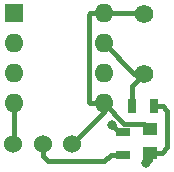
<source format=gbr>
G04 #@! TF.GenerationSoftware,KiCad,Pcbnew,5.0.1-33cea8e~68~ubuntu18.04.1*
G04 #@! TF.CreationDate,2018-11-06T10:20:57-05:00*
G04 #@! TF.ProjectId,beacon,626561636F6E2E6B696361645F706362,rev?*
G04 #@! TF.SameCoordinates,Original*
G04 #@! TF.FileFunction,Copper,L1,Top,Signal*
G04 #@! TF.FilePolarity,Positive*
%FSLAX46Y46*%
G04 Gerber Fmt 4.6, Leading zero omitted, Abs format (unit mm)*
G04 Created by KiCad (PCBNEW 5.0.1-33cea8e~68~ubuntu18.04.1) date Tue 06 Nov 2018 10:20:57 AM EST*
%MOMM*%
%LPD*%
G01*
G04 APERTURE LIST*
G04 #@! TA.AperFunction,SMDPad,CuDef*
%ADD10R,1.250000X1.000000*%
G04 #@! TD*
G04 #@! TA.AperFunction,ComponentPad*
%ADD11C,1.524000*%
G04 #@! TD*
G04 #@! TA.AperFunction,SMDPad,CuDef*
%ADD12R,0.700000X1.300000*%
G04 #@! TD*
G04 #@! TA.AperFunction,SMDPad,CuDef*
%ADD13R,1.300000X0.700000*%
G04 #@! TD*
G04 #@! TA.AperFunction,ComponentPad*
%ADD14C,1.575000*%
G04 #@! TD*
G04 #@! TA.AperFunction,ComponentPad*
%ADD15O,1.600000X1.600000*%
G04 #@! TD*
G04 #@! TA.AperFunction,ComponentPad*
%ADD16R,1.600000X1.600000*%
G04 #@! TD*
G04 #@! TA.AperFunction,ViaPad*
%ADD17C,0.800000*%
G04 #@! TD*
G04 #@! TA.AperFunction,Conductor*
%ADD18C,0.400000*%
G04 #@! TD*
G04 APERTURE END LIST*
D10*
G04 #@! TO.P,C1,1*
G04 #@! TO.N,GND*
X128600000Y-91900000D03*
G04 #@! TO.P,C1,2*
G04 #@! TO.N,+5V*
X128600000Y-89900000D03*
G04 #@! TD*
D11*
G04 #@! TO.P,J1,1*
G04 #@! TO.N,+5V*
X122050000Y-91150000D03*
G04 #@! TO.P,J1,2*
G04 #@! TO.N,/Data_In*
X119550000Y-91150000D03*
G04 #@! TO.P,J1,3*
G04 #@! TO.N,GND*
X117050000Y-91150000D03*
G04 #@! TD*
D12*
G04 #@! TO.P,R1,2*
G04 #@! TO.N,GND*
X129000000Y-88000000D03*
G04 #@! TO.P,R1,1*
G04 #@! TO.N,/PB2*
X127100000Y-88000000D03*
G04 #@! TD*
D13*
G04 #@! TO.P,R2,1*
G04 #@! TO.N,/Data_In*
X126350000Y-92100000D03*
G04 #@! TO.P,R2,2*
G04 #@! TO.N,Net-(R2-Pad2)*
X126350000Y-90200000D03*
G04 #@! TD*
D14*
G04 #@! TO.P,SW1,1*
G04 #@! TO.N,+5V*
X128100000Y-80210000D03*
G04 #@! TO.P,SW1,2*
G04 #@! TO.N,/PB2*
X128100000Y-85250000D03*
G04 #@! TD*
D15*
G04 #@! TO.P,U1,8*
G04 #@! TO.N,+5V*
X124695001Y-80125001D03*
G04 #@! TO.P,U1,4*
G04 #@! TO.N,GND*
X117075001Y-87745001D03*
G04 #@! TO.P,U1,7*
G04 #@! TO.N,/PB2*
X124695001Y-82665001D03*
G04 #@! TO.P,U1,3*
G04 #@! TO.N,Net-(U1-Pad3)*
X117075001Y-85205001D03*
G04 #@! TO.P,U1,6*
G04 #@! TO.N,Net-(R2-Pad2)*
X124695001Y-85205001D03*
G04 #@! TO.P,U1,2*
G04 #@! TO.N,Net-(U1-Pad2)*
X117075001Y-82665001D03*
G04 #@! TO.P,U1,5*
G04 #@! TO.N,+5V*
X124695001Y-87745001D03*
D16*
G04 #@! TO.P,U1,1*
G04 #@! TO.N,Net-(U1-Pad1)*
X117075001Y-80125001D03*
G04 #@! TD*
D17*
G04 #@! TO.N,GND*
X128300000Y-92800000D03*
G04 #@! TO.N,Net-(R2-Pad2)*
X125400000Y-89600000D03*
G04 #@! TD*
D18*
G04 #@! TO.N,GND*
X117372370Y-91200000D02*
X117075001Y-90902631D01*
X129750000Y-88000000D02*
X129000000Y-88000000D01*
X130100000Y-88350000D02*
X129750000Y-88000000D01*
X130100000Y-91425000D02*
X130100000Y-88350000D01*
X129625000Y-91900000D02*
X130100000Y-91425000D01*
X128600000Y-91900000D02*
X129625000Y-91900000D01*
X117075001Y-91124999D02*
X117050000Y-91150000D01*
X117075001Y-87745001D02*
X117075001Y-91124999D01*
X128600000Y-91900000D02*
X128600000Y-92500000D01*
X128600000Y-92500000D02*
X128300000Y-92800000D01*
G04 #@! TO.N,+5V*
X128015001Y-80125001D02*
X128100000Y-80210000D01*
X124695001Y-80125001D02*
X128015001Y-80125001D01*
X128149999Y-89449999D02*
X128600000Y-89900000D01*
X126399999Y-89449999D02*
X128149999Y-89449999D01*
X124695001Y-87745001D02*
X126399999Y-89449999D01*
X123563631Y-87745001D02*
X124695001Y-87745001D01*
X123450000Y-87631370D02*
X123563631Y-87745001D01*
X123450000Y-80238632D02*
X123450000Y-87631370D01*
X123563631Y-80125001D02*
X123450000Y-80238632D01*
X124695001Y-80125001D02*
X123563631Y-80125001D01*
X124695001Y-88504999D02*
X124695001Y-87745001D01*
X122050000Y-91150000D02*
X124695001Y-88504999D01*
G04 #@! TO.N,/PB2*
X127280000Y-85250000D02*
X128100000Y-85250000D01*
X124695001Y-82665001D02*
X127280000Y-85250000D01*
X127100000Y-86250000D02*
X128100000Y-85250000D01*
X127100000Y-88000000D02*
X127100000Y-86250000D01*
G04 #@! TO.N,/Data_In*
X119550000Y-92227630D02*
X119972370Y-92650000D01*
X119550000Y-91150000D02*
X119550000Y-92227630D01*
X124750000Y-92650000D02*
X119972370Y-92650000D01*
X125300000Y-92100000D02*
X124750000Y-92650000D01*
X126350000Y-92100000D02*
X125300000Y-92100000D01*
G04 #@! TO.N,Net-(R2-Pad2)*
X126350000Y-90200000D02*
X126018628Y-90200000D01*
X126350000Y-90200000D02*
X126000000Y-90200000D01*
X126000000Y-90200000D02*
X125400000Y-89600000D01*
G04 #@! TD*
M02*

</source>
